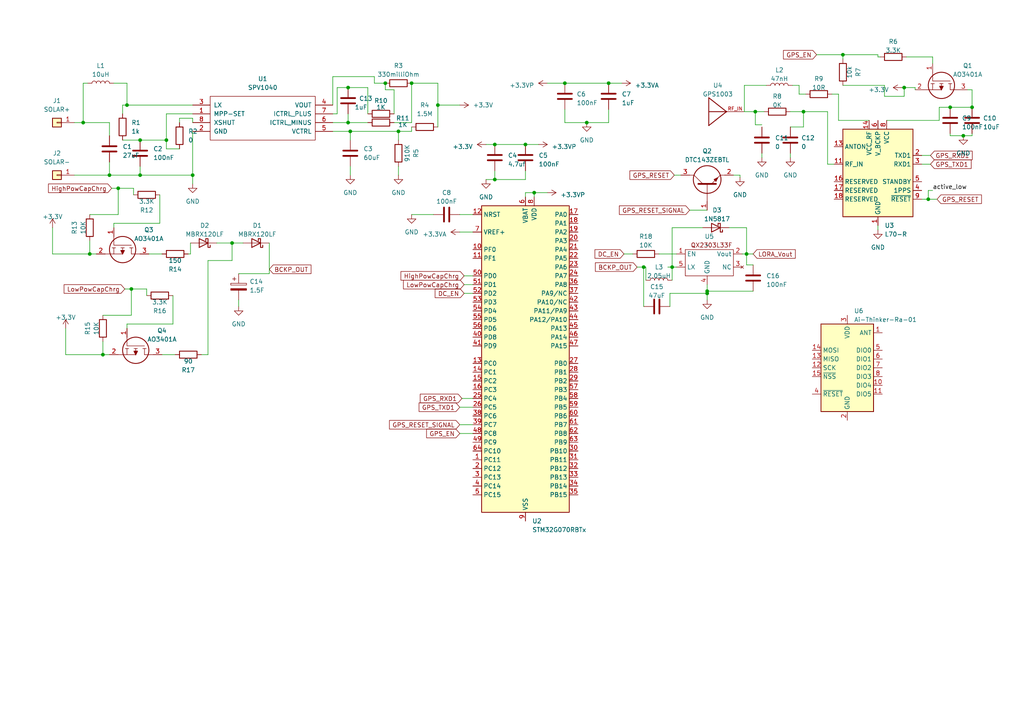
<source format=kicad_sch>
(kicad_sch (version 20230121) (generator eeschema)
  (paper "A4")
  (lib_symbols
    (symbol "AO3401A:AO3401A" (pin_names (offset 0.762))
      (property "Reference" "Q" (at 11.43 3.81 0))
      (property "Value" "AO3401A" (at 11.43 1.27 0))
      (symbol "AO3401A_0_0"
        (pin passive line (at 0 0 0) (length 2.54) (name "~") (number "1"))
        (pin passive line (at 7.62 -5.08 90) (length 2.54) (name "~") (number "2"))
        (pin passive line (at 7.62 10.16 270) (length 2.54) (name "~") (number "3"))
      )
      (symbol "AO3401A_0_1"
        (polyline (pts (xy 5.842 -0.508) (xy 5.842 0.508)) (stroke (width 0.1524)))
        (polyline (pts (xy 5.842 0) (xy 7.62 0)) (stroke (width 0.1524)))
        (polyline (pts (xy 5.842 2.032) (xy 5.842 3.048)) (stroke (width 0.1524)))
        (polyline (pts (xy 5.842 5.588) (xy 5.842 4.572)) (stroke (width 0.1524)))
        (polyline (pts (xy 7.62 2.54) (xy 5.842 2.54)) (stroke (width 0.1524)))
        (polyline (pts (xy 7.62 2.54) (xy 7.62 -2.54)) (stroke (width 0.1524)))
        (polyline (pts (xy 7.62 5.08) (xy 5.842 5.08)) (stroke (width 0.1524)))
        (polyline (pts (xy 7.62 5.08) (xy 7.62 7.62)) (stroke (width 0.1524)))
        (polyline (pts (xy 2.54 0) (xy 5.08 0) (xy 5.08 5.08)) (stroke (width 0.1524)))
        (polyline (pts (xy 7.62 2.54) (xy 6.604 3.048) (xy 6.604 2.032) (xy 7.62 2.54)) (stroke (width 0.254)) (fill (type outline)))
        (circle (center 6.35 2.54) (radius 3.81) (stroke (width 0.254)))
      )
    )
    (symbol "Connector_Generic:Conn_01x01" (pin_names (offset 1.016) hide)
      (property "Reference" "J" (at 0 2.54 0))
      (property "Value" "Conn_01x01" (at 0 -2.54 0))
      (symbol "Conn_01x01_1_1"
        (rectangle (start -1.27 0.127) (end 0 -0.127) (stroke (width 0.1524)))
        (rectangle (start -1.27 1.27) (end 1.27 -1.27) (stroke (width 0.254)) (fill (type background)))
        (pin passive line (at -5.08 0 0) (length 3.81) (name "Pin_1") (number "1"))
      )
    )
    (symbol "DTC143ZEBTL:DTC143ZEBTL" (pin_names (offset 0.762))
      (property "Reference" "Q" (at 13.97 1.27 0))
      (property "Value" "DTC143ZEBTL" (at 13.97 -1.27 0))
      (symbol "DTC143ZEBTL_0_0"
        (pin passive line (at 0 0 0) (length 2.54) (name "~") (number "1"))
        (pin passive line (at 10.16 -7.62 90) (length 2.54) (name "~") (number "2"))
        (pin passive line (at 10.16 7.62 270) (length 2.54) (name "~") (number "3"))
      )
      (symbol "DTC143ZEBTL_0_1"
        (polyline (pts (xy 2.54 0) (xy 7.62 0)) (stroke (width 0.1524)))
        (polyline (pts (xy 7.62 -1.27) (xy 10.16 -3.81)) (stroke (width 0.1524)))
        (polyline (pts (xy 7.62 1.27) (xy 10.16 3.81)) (stroke (width 0.1524)))
        (polyline (pts (xy 7.62 2.54) (xy 7.62 -2.54)) (stroke (width 0.508)))
        (polyline (pts (xy 10.16 -3.81) (xy 10.16 -5.08)) (stroke (width 0.1524)))
        (polyline (pts (xy 10.16 3.81) (xy 10.16 5.08)) (stroke (width 0.1524)))
        (polyline (pts (xy 8.382 -2.54) (xy 8.89 -2.032) (xy 9.398 -3.048) (xy 8.382 -2.54)) (stroke (width 0.254)) (fill (type outline)))
        (circle (center 8.89 0) (radius 4.0132) (stroke (width 0.254)))
      )
    )
    (symbol "Device:C" (pin_numbers hide) (pin_names (offset 0.254))
      (property "Reference" "C" (at 0.635 2.54 0))
      (property "Value" "C" (at 0.635 -2.54 0))
      (symbol "C_0_1"
        (polyline (pts (xy -2.032 -0.762) (xy 2.032 -0.762)) (stroke (width 0.508)))
        (polyline (pts (xy -2.032 0.762) (xy 2.032 0.762)) (stroke (width 0.508)))
      )
      (symbol "C_1_1"
        (pin passive line (at 0 3.81 270) (length 2.794) (name "~") (number "1"))
        (pin passive line (at 0 -3.81 90) (length 2.794) (name "~") (number "2"))
      )
    )
    (symbol "Device:C_Polarized" (pin_numbers hide) (pin_names (offset 0.254))
      (property "Reference" "C" (at 0.635 2.54 0))
      (property "Value" "C_Polarized" (at 0.635 -2.54 0))
      (symbol "C_Polarized_0_1"
        (rectangle (start -2.286 0.508) (end 2.286 1.016))
        (polyline (pts (xy -1.778 2.286) (xy -0.762 2.286)))
        (polyline (pts (xy -1.27 2.794) (xy -1.27 1.778)))
        (rectangle (start 2.286 -0.508) (end -2.286 -1.016) (fill (type outline)))
      )
      (symbol "C_Polarized_1_1"
        (pin passive line (at 0 3.81 270) (length 2.794) (name "~") (number "1"))
        (pin passive line (at 0 -3.81 90) (length 2.794) (name "~") (number "2"))
      )
    )
    (symbol "Device:D_Schottky" (pin_numbers hide) (pin_names (offset 1.016) hide)
      (property "Reference" "D" (at 0 2.54 0))
      (property "Value" "D_Schottky" (at 0 -2.54 0))
      (symbol "D_Schottky_0_1"
        (polyline (pts (xy 1.27 0) (xy -1.27 0)))
        (polyline (pts (xy 1.27 1.27) (xy 1.27 -1.27) (xy -1.27 0) (xy 1.27 1.27)) (stroke (width 0.254)))
        (polyline (pts (xy -1.905 0.635) (xy -1.905 1.27) (xy -1.27 1.27) (xy -1.27 -1.27) (xy -0.635 -1.27) (xy -0.635 -0.635)) (stroke (width 0.254)))
      )
      (symbol "D_Schottky_1_1"
        (pin passive line (at -3.81 0 0) (length 2.54) (name "K") (number "1"))
        (pin passive line (at 3.81 0 180) (length 2.54) (name "A") (number "2"))
      )
    )
    (symbol "Device:L" (pin_numbers hide) (pin_names (offset 1.016) hide)
      (property "Reference" "L" (at -1.27 0 90))
      (property "Value" "L" (at 1.905 0 90))
      (symbol "L_0_1"
        (arc (start 0 -2.54) (mid 0.6323 -1.905) (end 0 -1.27))
        (arc (start 0 -1.27) (mid 0.6323 -0.635) (end 0 0))
        (arc (start 0 0) (mid 0.6323 0.635) (end 0 1.27))
        (arc (start 0 1.27) (mid 0.6323 1.905) (end 0 2.54))
      )
      (symbol "L_1_1"
        (pin passive line (at 0 3.81 270) (length 1.27) (name "1") (number "1"))
        (pin passive line (at 0 -3.81 90) (length 1.27) (name "2") (number "2"))
      )
    )
    (symbol "Device:R" (pin_numbers hide) (pin_names (offset 0))
      (property "Reference" "R" (at 2.032 0 90))
      (property "Value" "R" (at 0 0 90))
      (symbol "R_0_1"
        (rectangle (start -1.016 -2.54) (end 1.016 2.54) (stroke (width 0.254)))
      )
      (symbol "R_1_1"
        (pin passive line (at 0 3.81 270) (length 1.27) (name "~") (number "1"))
        (pin passive line (at 0 -3.81 90) (length 1.27) (name "~") (number "2"))
      )
    )
    (symbol "Diode:1N5817" (pin_numbers hide) (pin_names (offset 1.016) hide)
      (property "Reference" "D" (at 0 2.54 0))
      (property "Value" "1N5817" (at 0 -2.54 0))
      (symbol "1N5817_0_1"
        (polyline (pts (xy 1.27 0) (xy -1.27 0)))
        (polyline (pts (xy 1.27 1.27) (xy 1.27 -1.27) (xy -1.27 0) (xy 1.27 1.27)) (stroke (width 0.254)))
        (polyline (pts (xy -1.905 0.635) (xy -1.905 1.27) (xy -1.27 1.27) (xy -1.27 -1.27) (xy -0.635 -1.27) (xy -0.635 -0.635)) (stroke (width 0.254)))
      )
      (symbol "1N5817_1_1"
        (pin passive line (at -3.81 0 0) (length 2.54) (name "K") (number "1"))
        (pin passive line (at 3.81 0 180) (length 2.54) (name "A") (number "2"))
      )
    )
    (symbol "GPS1003:GPS1003" (pin_names (offset 1.016))
      (property "Reference" "U" (at 0 6.35 0))
      (property "Value" "GPS1003" (at 0 0 0))
      (symbol "GPS1003_0_0"
        (polyline (pts (xy -4.04 5.254) (xy 4.04 5.254)) (stroke (width 0.254)))
        (polyline (pts (xy -0.024 0.08) (xy 0.024 0.08)) (stroke (width 0.254)))
        (polyline (pts (xy 0 5.08) (xy 0 0)) (stroke (width 0.254)))
        (polyline (pts (xy 0.024 0.08) (xy -4.04 5.254)) (stroke (width 0.254)))
        (polyline (pts (xy 4.04 5.254) (xy -0.024 0.08)) (stroke (width 0.254)))
        (pin bidirectional line (at 0 -4.92 90) (length 5.08) (name "~") (number "RF_IN"))
      )
    )
    (symbol "MCU_ST_STM32G0:STM32G070RBTx"
      (property "Reference" "U" (at -12.7 46.99 0))
      (property "Value" "STM32G070RBTx" (at 5.08 46.99 0))
      (symbol "STM32G070RBTx_0_1"
        (rectangle (start -12.7 -43.18) (end 12.7 45.72) (stroke (width 0.254)) (fill (type background)))
      )
      (symbol "STM32G070RBTx_1_1"
        (pin bidirectional line (at -15.24 -27.94 0) (length 2.54) (name "PC11") (number "1"))
        (pin bidirectional line (at -15.24 33.02 0) (length 2.54) (name "PF0") (number "10"))
        (pin bidirectional line (at -15.24 30.48 0) (length 2.54) (name "PF1") (number "11"))
        (pin input line (at -15.24 43.18 0) (length 2.54) (name "NRST") (number "12"))
        (pin bidirectional line (at -15.24 0 0) (length 2.54) (name "PC0") (number "13"))
        (pin bidirectional line (at -15.24 -2.54 0) (length 2.54) (name "PC1") (number "14"))
        (pin bidirectional line (at -15.24 -5.08 0) (length 2.54) (name "PC2") (number "15"))
        (pin bidirectional line (at -15.24 -7.62 0) (length 2.54) (name "PC3") (number "16"))
        (pin bidirectional line (at 15.24 43.18 180) (length 2.54) (name "PA0") (number "17"))
        (pin bidirectional line (at 15.24 40.64 180) (length 2.54) (name "PA1") (number "18"))
        (pin bidirectional line (at 15.24 38.1 180) (length 2.54) (name "PA2") (number "19"))
        (pin bidirectional line (at -15.24 -30.48 0) (length 2.54) (name "PC12") (number "2"))
        (pin bidirectional line (at 15.24 35.56 180) (length 2.54) (name "PA3") (number "20"))
        (pin bidirectional line (at 15.24 33.02 180) (length 2.54) (name "PA4") (number "21"))
        (pin bidirectional line (at 15.24 30.48 180) (length 2.54) (name "PA5") (number "22"))
        (pin bidirectional line (at 15.24 27.94 180) (length 2.54) (name "PA6") (number "23"))
        (pin bidirectional line (at 15.24 25.4 180) (length 2.54) (name "PA7") (number "24"))
        (pin bidirectional line (at -15.24 -10.16 0) (length 2.54) (name "PC4") (number "25"))
        (pin bidirectional line (at -15.24 -12.7 0) (length 2.54) (name "PC5") (number "26"))
        (pin bidirectional line (at 15.24 0 180) (length 2.54) (name "PB0") (number "27"))
        (pin bidirectional line (at 15.24 -2.54 180) (length 2.54) (name "PB1") (number "28"))
        (pin bidirectional line (at 15.24 -5.08 180) (length 2.54) (name "PB2") (number "29"))
        (pin bidirectional line (at -15.24 -33.02 0) (length 2.54) (name "PC13") (number "3"))
        (pin bidirectional line (at 15.24 -25.4 180) (length 2.54) (name "PB10") (number "30"))
        (pin bidirectional line (at 15.24 -27.94 180) (length 2.54) (name "PB11") (number "31"))
        (pin bidirectional line (at 15.24 -30.48 180) (length 2.54) (name "PB12") (number "32"))
        (pin bidirectional line (at 15.24 -33.02 180) (length 2.54) (name "PB13") (number "33"))
        (pin bidirectional line (at 15.24 -35.56 180) (length 2.54) (name "PB14") (number "34"))
        (pin bidirectional line (at 15.24 -38.1 180) (length 2.54) (name "PB15") (number "35"))
        (pin bidirectional line (at 15.24 22.86 180) (length 2.54) (name "PA8") (number "36"))
        (pin bidirectional line (at 15.24 20.32 180) (length 2.54) (name "PA9/NC") (number "37"))
        (pin bidirectional line (at -15.24 -15.24 0) (length 2.54) (name "PC6") (number "38"))
        (pin bidirectional line (at -15.24 -17.78 0) (length 2.54) (name "PC7") (number "39"))
        (pin bidirectional line (at -15.24 -35.56 0) (length 2.54) (name "PC14") (number "4"))
        (pin bidirectional line (at -15.24 7.62 0) (length 2.54) (name "PD8") (number "40"))
        (pin bidirectional line (at -15.24 5.08 0) (length 2.54) (name "PD9") (number "41"))
        (pin bidirectional line (at 15.24 17.78 180) (length 2.54) (name "PA10/NC") (number "42"))
        (pin bidirectional line (at 15.24 15.24 180) (length 2.54) (name "PA11/PA9") (number "43"))
        (pin bidirectional line (at 15.24 12.7 180) (length 2.54) (name "PA12/PA10") (number "44"))
        (pin bidirectional line (at 15.24 10.16 180) (length 2.54) (name "PA13") (number "45"))
        (pin bidirectional line (at 15.24 7.62 180) (length 2.54) (name "PA14") (number "46"))
        (pin bidirectional line (at 15.24 5.08 180) (length 2.54) (name "PA15") (number "47"))
        (pin bidirectional line (at -15.24 -20.32 0) (length 2.54) (name "PC8") (number "48"))
        (pin bidirectional line (at -15.24 -22.86 0) (length 2.54) (name "PC9") (number "49"))
        (pin bidirectional line (at -15.24 -38.1 0) (length 2.54) (name "PC15") (number "5"))
        (pin bidirectional line (at -15.24 25.4 0) (length 2.54) (name "PD0") (number "50"))
        (pin bidirectional line (at -15.24 22.86 0) (length 2.54) (name "PD1") (number "51"))
        (pin bidirectional line (at -15.24 20.32 0) (length 2.54) (name "PD2") (number "52"))
        (pin bidirectional line (at -15.24 17.78 0) (length 2.54) (name "PD3") (number "53"))
        (pin bidirectional line (at -15.24 15.24 0) (length 2.54) (name "PD4") (number "54"))
        (pin bidirectional line (at -15.24 12.7 0) (length 2.54) (name "PD5") (number "55"))
        (pin bidirectional line (at -15.24 10.16 0) (length 2.54) (name "PD6") (number "56"))
        (pin bidirectional line (at 15.24 -7.62 180) (length 2.54) (name "PB3") (number "57"))
        (pin bidirectional line (at 15.24 -10.16 180) (length 2.54) (name "PB4") (number "58"))
        (pin bidirectional line (at 15.24 -12.7 180) (length 2.54) (name "PB5") (number "59"))
        (pin power_in line (at 0 48.26 270) (length 2.54) (name "VBAT") (number "6"))
        (pin bidirectional line (at 15.24 -15.24 180) (length 2.54) (name "PB6") (number "60"))
        (pin bidirectional line (at 15.24 -17.78 180) (length 2.54) (name "PB7") (number "61"))
        (pin bidirectional line (at 15.24 -20.32 180) (length 2.54) (name "PB8") (number "62"))
        (pin bidirectional line (at 15.24 -22.86 180) (length 2.54) (name "PB9") (number "63"))
        (pin bidirectional line (at -15.24 -25.4 0) (length 2.54) (name "PC10") (number "64"))
        (pin input line (at -15.24 38.1 0) (length 2.54) (name "VREF+") (number "7"))
        (pin power_in line (at 2.54 48.26 270) (length 2.54) (name "VDD") (number "8"))
        (pin power_in line (at 0 -45.72 90) (length 2.54) (name "VSS") (number "9"))
      )
    )
    (symbol "QX2303L33F:QX2303L33F"
      (property "Reference" "U" (at 0 2.54 0))
      (symbol "QX2303L33F_0_1"
        (rectangle (start -6.35 -1.27) (end 7.62 -8.89))
      )
      (symbol "QX2303L33F_1_1"
        (text "QX2303L33F\n" (at 1.27 0 0) (effects (font (size 1.27 1.27))))
        (pin input line (at -8.89 -2.54 0) (length 2.54) (name "EN") (number "1"))
        (pin output line (at 10.16 -2.54 180) (length 2.54) (name "Vout") (number "2"))
        (pin no_connect line (at 10.16 -6.35 180) (length 2.54) (name "NC") (number "3"))
        (pin unspecified line (at 0 -11.43 90) (length 2.54) (name "GND") (number "4"))
        (pin input line (at -8.89 -6.35 0) (length 2.54) (name "LX") (number "5"))
      )
    )
    (symbol "RF_GPS:L70-R"
      (property "Reference" "U" (at -10.16 13.97 0))
      (property "Value" "L70-R" (at 10.16 13.97 0))
      (symbol "L70-R_0_1"
        (rectangle (start -10.16 12.7) (end 10.16 -12.7) (stroke (width 0.254)) (fill (type background)))
      )
      (symbol "L70-R_1_1"
        (pin power_in line (at 0 -15.24 90) (length 2.54) (name "GND") (number "1"))
        (pin passive line (at 0 -15.24 90) (length 2.54) hide (name "GND") (number "10"))
        (pin input line (at -12.7 2.54 0) (length 2.54) (name "RF_IN") (number "11"))
        (pin passive line (at 0 -15.24 90) (length 2.54) hide (name "GND") (number "12"))
        (pin output line (at -12.7 7.62 0) (length 2.54) (name "ANTON") (number "13"))
        (pin power_out line (at -2.54 15.24 270) (length 2.54) (name "VCC_RF") (number "14"))
        (pin no_connect line (at -10.16 0 0) (length 2.54) hide (name "NC") (number "15"))
        (pin passive line (at -12.7 -2.54 0) (length 2.54) (name "RESERVED") (number "16"))
        (pin passive line (at -12.7 -5.08 0) (length 2.54) (name "RESERVED") (number "17"))
        (pin passive line (at -12.7 -7.62 0) (length 2.54) (name "RESERVED") (number "18"))
        (pin output line (at 12.7 5.08 180) (length 2.54) (name "TXD1") (number "2"))
        (pin input line (at 12.7 2.54 180) (length 2.54) (name "RXD1") (number "3"))
        (pin output line (at 12.7 -5.08 180) (length 2.54) (name "1PPS") (number "4"))
        (pin input line (at 12.7 -2.54 180) (length 2.54) (name "STANDBY") (number "5"))
        (pin power_in line (at 0 15.24 270) (length 2.54) (name "V_BCKP") (number "6"))
        (pin no_connect line (at 10.16 0 180) (length 2.54) hide (name "NC") (number "7"))
        (pin power_in line (at 2.54 15.24 270) (length 2.54) (name "VCC") (number "8"))
        (pin input line (at 12.7 -7.62 180) (length 2.54) (name "~{RESET}") (number "9"))
      )
    )
    (symbol "RF_Module:Ai-Thinker-Ra-01"
      (property "Reference" "U" (at 2.54 17.78 0))
      (property "Value" "Ai-Thinker-Ra-01" (at 13.97 -15.24 0))
      (symbol "Ai-Thinker-Ra-01_0_1"
        (rectangle (start -7.62 12.7) (end 7.62 -12.7) (stroke (width 0.254)) (fill (type background)))
      )
      (symbol "Ai-Thinker-Ra-01_1_1"
        (pin passive line (at 10.16 10.16 180) (length 2.54) (name "ANT") (number "1"))
        (pin bidirectional line (at 10.16 -5.08 180) (length 2.54) (name "DIO4") (number "10"))
        (pin bidirectional line (at 10.16 -7.62 180) (length 2.54) (name "DIO5") (number "11"))
        (pin input line (at -10.16 0 0) (length 2.54) (name "SCK") (number "12"))
        (pin output line (at -10.16 2.54 0) (length 2.54) (name "MISO") (number "13"))
        (pin input line (at -10.16 5.08 0) (length 2.54) (name "MOSI") (number "14"))
        (pin input line (at -10.16 -2.54 0) (length 2.54) (name "~{NSS}") (number "15"))
        (pin passive line (at 0 -15.24 90) (length 2.54) hide (name "GND") (number "16"))
        (pin power_in line (at 0 -15.24 90) (length 2.54) (name "GND") (number "2"))
        (pin power_in line (at 0 15.24 270) (length 2.54) (name "VDD") (number "3"))
        (pin input line (at -10.16 -7.62 0) (length 2.54) (name "~{RESET}") (number "4"))
        (pin bidirectional line (at 10.16 5.08 180) (length 2.54) (name "DIO0") (number "5"))
        (pin bidirectional line (at 10.16 2.54 180) (length 2.54) (name "DIO1") (number "6"))
        (pin bidirectional line (at 10.16 0 180) (length 2.54) (name "DIO2") (number "7"))
        (pin bidirectional line (at 10.16 -2.54 180) (length 2.54) (name "DIO3") (number "8"))
        (pin passive line (at 0 -15.24 90) (length 2.54) hide (name "GND") (number "9"))
      )
    )
    (symbol "custom_power:+3.3VA" (power) (pin_names (offset 0))
      (property "Value" "+3.3VA" (at 0 3.556 0))
      (symbol "+3.3VA_0_1"
        (polyline (pts (xy -0.762 1.27) (xy 0 2.54)))
        (polyline (pts (xy 0 0) (xy 0 2.54)))
        (polyline (pts (xy 0 2.54) (xy 0.762 1.27)))
      )
      (symbol "+3.3VA_1_1"
        (pin power_in line (at 0 0 90) (length 0) hide (name "+3.3VA") (number "1"))
      )
    )
    (symbol "custom_power:+3.3VP" (power) (pin_names (offset 0))
      (property "Value" "+3.3VP" (at 0 2.54 0))
      (symbol "+3.3VP_0_0"
        (pin power_in line (at 0 0 90) (length 0) hide (name "+3.3VP") (number "1"))
      )
      (symbol "+3.3VP_0_1"
        (polyline (pts (xy -0.762 1.27) (xy 0 2.54)))
        (polyline (pts (xy 0 0) (xy 0 2.54)))
        (polyline (pts (xy 0 2.54) (xy 0.762 1.27)))
      )
    )
    (symbol "custom_power:+3.3VnoFilter" (power) (pin_names (offset 0))
      (property "Value" "+3.3VnoFilter" (at 0 3.556 0))
      (symbol "+3.3VnoFilter_0_1"
        (polyline (pts (xy -0.762 1.27) (xy 0 2.54)))
        (polyline (pts (xy 0 0) (xy 0 2.54)))
        (polyline (pts (xy 0 2.54) (xy 0.762 1.27)))
      )
      (symbol "+3.3VnoFilter_1_1"
        (pin power_in line (at 0 0 90) (length 0) hide (name "+3.3V") (number "1"))
      )
    )
    (symbol "custom_power:GND" (power) (pin_names (offset 0))
      (property "Value" "GND" (at 0 -3.81 0))
      (symbol "GND_0_1"
        (polyline (pts (xy 0 0) (xy 0 -1.27) (xy 1.27 -1.27) (xy 0 -2.54) (xy -1.27 -1.27) (xy 0 -1.27)))
      )
      (symbol "GND_1_1"
        (pin power_in line (at 0 0 270) (length 0) hide (name "GND") (number "1"))
      )
    )
    (symbol "power:GND" (power) (pin_names (offset 0))
      (property "Value" "GND" (at 0 -3.81 0))
      (symbol "GND_0_1"
        (polyline (pts (xy 0 0) (xy 0 -1.27) (xy 1.27 -1.27) (xy 0 -2.54) (xy -1.27 -1.27) (xy 0 -1.27)))
      )
      (symbol "GND_1_1"
        (pin power_in line (at 0 0 270) (length 0) hide (name "GND") (number "1"))
      )
    )
    (symbol "raw.githubusercontent.com_ruuvi_kicad-library_master_schema-components_spv1040:SPV1040" (pin_names (offset 1.016))
      (property "Reference" "U" (at 0 -7.62 0))
      (property "Value" "SPV1040" (at 0 7.62 0))
      (symbol "SPV1040_0_1"
        (rectangle (start -15.24 6.35) (end 15.24 -6.35))
      )
      (symbol "SPV1040_1_1"
        (pin input line (at -20.32 1.27 0) (length 5.08) (name "MPP-SET") (number "1"))
        (pin power_in line (at -20.32 -3.81 0) (length 5.08) (name "GND") (number "2"))
        (pin input line (at -20.32 3.81 0) (length 5.08) (name "LX") (number "3"))
        (pin power_out line (at 20.32 3.81 180) (length 5.08) (name "VOUT") (number "4"))
        (pin input line (at 20.32 -3.81 180) (length 5.08) (name "VCTRL") (number "5"))
        (pin input line (at 20.32 -1.27 180) (length 5.08) (name "ICTRL_MINUS") (number "6"))
        (pin input line (at 20.32 1.27 180) (length 5.08) (name "ICTRL_PLUS") (number "7"))
        (pin input line (at -20.32 -1.27 0) (length 5.08) (name "XSHUT") (number "8"))
      )
    )
  )
  (junction (at 205.105 84.455))
  (junction (at 194.945 77.47))
  (junction (at 176.53 24.13))
  (junction (at 163.83 24.13))
  (junction (at 127 30.48))
  (junction (at 36.83 30.48))
  (junction (at 143.51 52.07))
  (junction (at 67.31 70.485))
  (junction (at 205.105 85.09))
  (junction (at 55.88 50.8))
  (junction (at 101.6 38.1))
  (junction (at 262.255 25.4))
  (junction (at 216.535 73.66))
  (junction (at 29.845 102.87))
  (junction (at 100.965 25.4))
  (junction (at 38.1 83.82))
  (junction (at 143.51 41.91))
  (junction (at 31.75 50.8))
  (junction (at 24.13 35.56))
  (junction (at 152.4 41.91))
  (junction (at 281.94 31.115))
  (junction (at 111.76 24.13))
  (junction (at 100.965 35.56))
  (junction (at 219.075 32.385))
  (junction (at 48.26 40.64))
  (junction (at 269.24 57.785))
  (junction (at 186.69 77.47))
  (junction (at 119.38 24.13))
  (junction (at 170.18 35.56))
  (junction (at 275.59 31.115))
  (junction (at 115.57 38.1))
  (junction (at 40.64 50.8))
  (junction (at 279.4 39.37))
  (junction (at 26.035 73.66))
  (junction (at 233.045 32.385))
  (junction (at 154.94 55.88))
  (junction (at 244.475 15.875))
  (junction (at 34.29 54.61))
  (junction (at 40.64 40.64))
  (wire (pts (xy 114.3 33.02) (xy 114.3 26.035)))
  (wire (pts (xy 50.165 85.725) (xy 50.165 93.98)))
  (wire (pts (xy 133.35 67.31) (xy 137.16 67.31)))
  (wire (pts (xy 133.35 125.73) (xy 137.16 125.73)))
  (wire (pts (xy 119.38 38.1) (xy 119.38 36.83)))
  (wire (pts (xy 133.985 115.57) (xy 137.16 115.57)))
  (wire (pts (xy 36.83 30.48) (xy 55.88 30.48)))
  (wire (pts (xy 111.76 26.035) (xy 111.76 24.13)))
  (wire (pts (xy 96.52 38.1) (xy 101.6 38.1)))
  (wire (pts (xy 34.29 54.61) (xy 32.385 54.61)))
  (wire (pts (xy 211.455 66.04) (xy 216.535 66.04)))
  (wire (pts (xy 243.205 34.925) (xy 252.095 34.925)))
  (wire (pts (xy 35.56 30.48) (xy 35.56 33.02)))
  (wire (pts (xy 46.355 64.77) (xy 33.02 64.77)))
  (wire (pts (xy 216.535 73.66) (xy 218.44 73.66)))
  (wire (pts (xy 194.31 85.09) (xy 205.105 85.09)))
  (wire (pts (xy 215.9 24.765) (xy 215.9 32.385)))
  (wire (pts (xy 96.52 33.02) (xy 97.79 33.02)))
  (wire (pts (xy 24.13 35.56) (xy 31.75 35.56)))
  (wire (pts (xy 240.03 47.625) (xy 241.935 47.625)))
  (wire (pts (xy 280.67 26.035) (xy 281.94 26.035)))
  (wire (pts (xy 184.785 77.47) (xy 186.69 77.47)))
  (wire (pts (xy 101.6 48.26) (xy 101.6 50.8)))
  (wire (pts (xy 205.105 82.55) (xy 205.105 84.455)))
  (wire (pts (xy 152.4 52.07) (xy 143.51 52.07)))
  (wire (pts (xy 48.26 40.64) (xy 48.26 33.02)))
  (wire (pts (xy 203.835 66.04) (xy 194.945 66.04)))
  (wire (pts (xy 31.75 46.99) (xy 31.75 50.8)))
  (wire (pts (xy 58.42 102.87) (xy 60.325 102.87)))
  (wire (pts (xy 33.02 24.13) (xy 36.83 24.13)))
  (wire (pts (xy 163.83 35.56) (xy 170.18 35.56)))
  (wire (pts (xy 19.05 102.87) (xy 29.845 102.87)))
  (wire (pts (xy 21.59 50.8) (xy 31.75 50.8)))
  (wire (pts (xy 186.69 77.47) (xy 186.69 88.9)))
  (wire (pts (xy 163.83 31.75) (xy 163.83 35.56)))
  (wire (pts (xy 100.965 35.56) (xy 106.68 35.56)))
  (wire (pts (xy 176.53 31.75) (xy 176.53 35.56)))
  (wire (pts (xy 163.83 24.13) (xy 176.53 24.13)))
  (wire (pts (xy 34.29 62.23) (xy 34.29 54.61)))
  (wire (pts (xy 244.475 15.875) (xy 254.635 15.875)))
  (wire (pts (xy 46.355 56.515) (xy 46.355 64.77)))
  (wire (pts (xy 55.88 50.8) (xy 55.88 38.1)))
  (wire (pts (xy 256.54 27.94) (xy 262.255 27.94)))
  (wire (pts (xy 29.845 102.87) (xy 31.75 102.87)))
  (wire (pts (xy 134.62 80.01) (xy 137.16 80.01)))
  (wire (pts (xy 97.79 33.02) (xy 97.79 25.4)))
  (wire (pts (xy 233.045 32.385) (xy 240.03 32.385)))
  (wire (pts (xy 29.845 91.44) (xy 38.1 91.44)))
  (wire (pts (xy 236.855 15.875) (xy 244.475 15.875)))
  (wire (pts (xy 265.43 25.4) (xy 265.43 26.035)))
  (wire (pts (xy 219.075 36.195) (xy 219.075 32.385)))
  (wire (pts (xy 115.57 38.1) (xy 119.38 38.1)))
  (wire (pts (xy 194.945 77.47) (xy 194.945 81.28)))
  (wire (pts (xy 152.4 49.53) (xy 152.4 52.07)))
  (wire (pts (xy 275.59 31.115) (xy 272.415 31.115)))
  (wire (pts (xy 69.215 86.995) (xy 69.215 88.9)))
  (wire (pts (xy 55.88 34.29) (xy 55.88 35.56)))
  (wire (pts (xy 229.235 44.45) (xy 229.235 45.72)))
  (wire (pts (xy 52.07 34.29) (xy 55.88 34.29)))
  (wire (pts (xy 50.165 93.98) (xy 36.83 93.98)))
  (wire (pts (xy 244.475 15.875) (xy 244.475 17.145)))
  (wire (pts (xy 119.38 35.56) (xy 119.38 24.13)))
  (wire (pts (xy 31.75 50.8) (xy 40.64 50.8)))
  (wire (pts (xy 267.335 57.785) (xy 269.24 57.785)))
  (wire (pts (xy 256.54 24.765) (xy 256.54 27.94)))
  (wire (pts (xy 270.51 16.51) (xy 270.51 18.415)))
  (wire (pts (xy 186.69 77.47) (xy 187.325 77.47)))
  (wire (pts (xy 35.56 30.48) (xy 36.83 30.48)))
  (wire (pts (xy 31.75 39.37) (xy 31.75 35.56)))
  (wire (pts (xy 119.38 62.23) (xy 125.73 62.23)))
  (wire (pts (xy 240.03 32.385) (xy 240.03 47.625)))
  (wire (pts (xy 231.775 27.305) (xy 231.775 24.765)))
  (wire (pts (xy 244.475 24.765) (xy 256.54 24.765)))
  (wire (pts (xy 67.31 75.565) (xy 67.31 70.485)))
  (wire (pts (xy 281.94 26.035) (xy 281.94 31.115)))
  (wire (pts (xy 38.735 56.515) (xy 38.735 54.61)))
  (wire (pts (xy 19.05 95.25) (xy 19.05 102.87)))
  (wire (pts (xy 26.035 69.85) (xy 26.035 73.66)))
  (wire (pts (xy 218.44 76.835) (xy 216.535 76.835)))
  (wire (pts (xy 216.535 76.835) (xy 216.535 73.66)))
  (wire (pts (xy 38.1 83.82) (xy 36.195 83.82)))
  (wire (pts (xy 269.24 55.245) (xy 269.24 57.785)))
  (wire (pts (xy 40.64 48.26) (xy 40.64 50.8)))
  (wire (pts (xy 140.97 41.91) (xy 143.51 41.91)))
  (wire (pts (xy 108.585 24.13) (xy 111.76 24.13)))
  (wire (pts (xy 134.62 82.55) (xy 137.16 82.55)))
  (wire (pts (xy 254.635 66.675) (xy 254.635 65.405)))
  (wire (pts (xy 33.02 64.77) (xy 33.02 66.04)))
  (wire (pts (xy 55.245 70.485) (xy 55.245 73.66)))
  (wire (pts (xy 229.235 36.83) (xy 233.045 36.83)))
  (wire (pts (xy 96.52 22.225) (xy 108.585 22.225)))
  (wire (pts (xy 269.24 57.785) (xy 271.78 57.785)))
  (wire (pts (xy 15.24 73.66) (xy 26.035 73.66)))
  (wire (pts (xy 272.415 34.925) (xy 272.415 31.115)))
  (wire (pts (xy 26.035 73.66) (xy 27.94 73.66)))
  (wire (pts (xy 220.98 36.195) (xy 219.075 36.195)))
  (wire (pts (xy 158.75 55.88) (xy 154.94 55.88)))
  (wire (pts (xy 176.53 24.13) (xy 180.34 24.13)))
  (wire (pts (xy 101.6 40.64) (xy 101.6 38.1)))
  (wire (pts (xy 38.735 54.61) (xy 34.29 54.61)))
  (wire (pts (xy 36.83 24.13) (xy 36.83 30.48)))
  (wire (pts (xy 96.52 35.56) (xy 100.965 35.56)))
  (wire (pts (xy 281.94 39.37) (xy 279.4 39.37)))
  (wire (pts (xy 143.51 41.91) (xy 152.4 41.91)))
  (wire (pts (xy 67.31 70.485) (xy 70.485 70.485)))
  (wire (pts (xy 15.24 66.04) (xy 15.24 73.66)))
  (wire (pts (xy 52.07 35.56) (xy 52.07 34.29)))
  (wire (pts (xy 194.945 66.04) (xy 194.945 77.47)))
  (wire (pts (xy 127 24.13) (xy 119.38 24.13)))
  (wire (pts (xy 133.35 118.11) (xy 137.16 118.11)))
  (wire (pts (xy 97.79 25.4) (xy 100.965 25.4)))
  (wire (pts (xy 214.63 50.8) (xy 212.725 50.8)))
  (wire (pts (xy 194.31 88.9) (xy 194.31 85.09)))
  (wire (pts (xy 24.13 24.13) (xy 25.4 24.13)))
  (wire (pts (xy 243.205 27.305) (xy 243.205 34.925)))
  (wire (pts (xy 180.975 73.66) (xy 183.515 73.66)))
  (wire (pts (xy 262.255 27.94) (xy 262.255 25.4)))
  (wire (pts (xy 233.68 27.305) (xy 231.775 27.305)))
  (wire (pts (xy 219.075 32.385) (xy 221.615 32.385)))
  (wire (pts (xy 275.59 31.115) (xy 281.94 31.115)))
  (wire (pts (xy 78.105 79.375) (xy 69.215 79.375)))
  (wire (pts (xy 60.325 75.565) (xy 67.31 75.565)))
  (wire (pts (xy 43.18 73.66) (xy 46.99 73.66)))
  (wire (pts (xy 96.52 30.48) (xy 96.52 22.225)))
  (wire (pts (xy 108.585 22.225) (xy 108.585 24.13)))
  (wire (pts (xy 55.88 50.8) (xy 55.88 53.34)))
  (wire (pts (xy 78.105 70.485) (xy 78.105 79.375)))
  (wire (pts (xy 143.51 52.07) (xy 143.51 49.53)))
  (wire (pts (xy 127 36.83) (xy 127 30.48)))
  (wire (pts (xy 254.635 15.875) (xy 254.635 16.51)))
  (wire (pts (xy 26.035 62.23) (xy 34.29 62.23)))
  (wire (pts (xy 231.775 24.765) (xy 229.87 24.765)))
  (wire (pts (xy 193.675 77.47) (xy 194.945 77.47)))
  (wire (pts (xy 40.64 50.8) (xy 55.88 50.8)))
  (wire (pts (xy 281.94 38.735) (xy 281.94 39.37)))
  (wire (pts (xy 40.64 40.64) (xy 48.26 40.64)))
  (wire (pts (xy 214.63 51.435) (xy 214.63 50.8)))
  (wire (pts (xy 21.59 35.56) (xy 24.13 35.56)))
  (wire (pts (xy 269.875 47.625) (xy 267.335 47.625)))
  (wire (pts (xy 52.07 43.18) (xy 48.26 43.18)))
  (wire (pts (xy 262.89 16.51) (xy 270.51 16.51)))
  (wire (pts (xy 100.965 25.4) (xy 106.68 25.4)))
  (wire (pts (xy 195.58 50.8) (xy 197.485 50.8)))
  (wire (pts (xy 275.59 38.735) (xy 275.59 39.37)))
  (wire (pts (xy 101.6 38.1) (xy 115.57 38.1)))
  (wire (pts (xy 233.045 36.83) (xy 233.045 32.385)))
  (wire (pts (xy 275.59 39.37) (xy 279.4 39.37)))
  (wire (pts (xy 241.3 27.305) (xy 243.205 27.305)))
  (wire (pts (xy 42.545 85.725) (xy 42.545 83.82)))
  (wire (pts (xy 205.105 84.455) (xy 205.105 85.09)))
  (wire (pts (xy 262.255 25.4) (xy 265.43 25.4)))
  (wire (pts (xy 254.635 16.51) (xy 255.27 16.51)))
  (wire (pts (xy 55.245 73.66) (xy 54.61 73.66)))
  (wire (pts (xy 152.4 41.91) (xy 156.21 41.91)))
  (wire (pts (xy 35.56 40.64) (xy 40.64 40.64)))
  (wire (pts (xy 205.105 85.09) (xy 205.105 86.995)))
  (wire (pts (xy 48.26 43.18) (xy 48.26 40.64)))
  (wire (pts (xy 200.025 60.96) (xy 205.105 60.96)))
  (wire (pts (xy 216.535 66.04) (xy 216.535 73.66)))
  (wire (pts (xy 46.99 102.87) (xy 50.8 102.87)))
  (wire (pts (xy 140.97 52.07) (xy 143.51 52.07)))
  (wire (pts (xy 100.965 35.56) (xy 100.965 33.02)))
  (wire (pts (xy 48.26 33.02) (xy 55.88 33.02)))
  (wire (pts (xy 257.175 34.925) (xy 272.415 34.925)))
  (wire (pts (xy 29.845 99.06) (xy 29.845 102.87)))
  (wire (pts (xy 38.1 91.44) (xy 38.1 83.82)))
  (wire (pts (xy 60.325 102.87) (xy 60.325 75.565)))
  (wire (pts (xy 24.13 24.13) (xy 24.13 35.56)))
  (wire (pts (xy 194.945 77.47) (xy 196.215 77.47)))
  (wire (pts (xy 127 30.48) (xy 133.35 30.48)))
  (wire (pts (xy 205.105 84.455) (xy 218.44 84.455)))
  (wire (pts (xy 191.135 73.66) (xy 196.215 73.66)))
  (wire (pts (xy 42.545 83.82) (xy 38.1 83.82)))
  (wire (pts (xy 114.3 26.035) (xy 111.76 26.035)))
  (wire (pts (xy 154.94 55.88) (xy 154.94 57.15)))
  (wire (pts (xy 115.57 38.1) (xy 115.57 40.64)))
  (wire (pts (xy 106.68 25.4) (xy 106.68 33.02)))
  (wire (pts (xy 229.235 32.385) (xy 233.045 32.385)))
  (wire (pts (xy 133.35 62.23) (xy 137.16 62.23)))
  (wire (pts (xy 36.83 93.98) (xy 36.83 95.25)))
  (wire (pts (xy 127 24.13) (xy 127 30.48)))
  (wire (pts (xy 222.25 24.765) (xy 215.9 24.765)))
  (wire (pts (xy 215.9 32.385) (xy 219.075 32.385)))
  (wire (pts (xy 133.35 123.19) (xy 137.16 123.19)))
  (wire (pts (xy 134.62 85.09) (xy 137.16 85.09)))
  (wire (pts (xy 115.57 48.26) (xy 115.57 50.8)))
  (wire (pts (xy 62.865 70.485) (xy 67.31 70.485)))
  (wire (pts (xy 261.62 25.4) (xy 262.255 25.4)))
  (wire (pts (xy 176.53 35.56) (xy 170.18 35.56)))
  (wire (pts (xy 215.265 73.66) (xy 216.535 73.66)))
  (wire (pts (xy 114.3 35.56) (xy 119.38 35.56)))
  (wire (pts (xy 187.325 77.47) (xy 187.325 81.28)))
  (wire (pts (xy 270.51 55.245) (xy 269.24 55.245)))
  (wire (pts (xy 154.94 55.88) (xy 152.4 55.88)))
  (wire (pts (xy 220.98 44.45) (xy 220.98 45.72)))
  (wire (pts (xy 269.875 45.085) (xy 267.335 45.085)))
  (wire (pts (xy 158.75 24.13) (xy 163.83 24.13)))
  (wire (pts (xy 152.4 55.88) (xy 152.4 57.15)))
  (label "active_low" (at 270.51 55.245 0))
  (global_label "GPS_TXD1" (shape input) (at 133.35 118.11 180) (property "Intersheetrefs" "${INTERSHEET_REFS}" (effects hide)))
  (global_label "GPS_RESET_SIGNAL" (shape input) (at 133.35 123.19 180) (property "Intersheetrefs" "${INTERSHEET_REFS}" (effects hide)))
  (global_label "GPS_RESET_SIGNAL" (shape input) (at 200.025 60.96 180) (property "Intersheetrefs" "${INTERSHEET_REFS}" (effects hide)))
  (global_label "DC_EN" (shape input) (at 134.62 85.09 180) (property "Intersheetrefs" "${INTERSHEET_REFS}" (effects hide)))
  (global_label "HighPowCapChrg" (shape input) (at 134.62 80.01 180) (property "Intersheetrefs" "${INTERSHEET_REFS}" (effects hide)))
  (global_label "GPS_TXD1" (shape input) (at 269.875 47.625 0) (property "Intersheetrefs" "${INTERSHEET_REFS}" (effects hide)))
  (global_label "GPS_RXD1" (shape input) (at 269.875 45.085 0) (property "Intersheetrefs" "${INTERSHEET_REFS}" (effects hide)))
  (global_label "BCKP_OUT" (shape input) (at 78.105 78.105 0) (property "Intersheetrefs" "${INTERSHEET_REFS}" (effects hide)))
  (global_label "HighPowCapChrg" (shape input) (at 32.385 54.61 180) (property "Intersheetrefs" "${INTERSHEET_REFS}" (effects hide)))
  (global_label "LowPowCapChrg" (shape input) (at 134.62 82.55 180) (property "Intersheetrefs" "${INTERSHEET_REFS}" (effects hide)))
  (global_label "LORA_Vout" (shape input) (at 218.44 73.66 0) (property "Intersheetrefs" "${INTERSHEET_REFS}" (effects hide)))
  (global_label "GPS_RXD1" (shape input) (at 133.985 115.57 180) (property "Intersheetrefs" "${INTERSHEET_REFS}" (effects hide)))
  (global_label "GPS_EN" (shape input) (at 236.855 15.875 180) (property "Intersheetrefs" "${INTERSHEET_REFS}" (effects hide)))
  (global_label "DC_EN" (shape input) (at 180.975 73.66 180) (property "Intersheetrefs" "${INTERSHEET_REFS}" (effects hide)))
  (global_label "GPS_RESET" (shape input) (at 271.78 57.785 0) (property "Intersheetrefs" "${INTERSHEET_REFS}" (effects hide)))
  (global_label "LowPowCapChrg" (shape input) (at 36.195 83.82 180) (property "Intersheetrefs" "${INTERSHEET_REFS}" (effects hide)))
  (global_label "GPS_RESET" (shape input) (at 195.58 50.8 180) (property "Intersheetrefs" "${INTERSHEET_REFS}" (effects hide)))
  (global_label "GPS_EN" (shape input) (at 133.35 125.73 180) (property "Intersheetrefs" "${INTERSHEET_REFS}" (effects hide)))
  (global_label "BCKP_OUT" (shape input) (at 184.785 77.47 180) (property "Intersheetrefs" "${INTERSHEET_REFS}" (effects hide)))
  (symbol (lib_id "custom_power:+3.3VA") (at 133.35 67.31 90) (unit 1)
    (property "Reference" "#PWR012" (effects hide))
    (property "Value" "+3.3VA" (at 129.54 67.945 90) (effects (justify left)))
  )
  (symbol (lib_id "AO3401A:AO3401A") (at 270.51 18.415 270) (unit 1)
    (property "Reference" "Q1" (at 280.67 19.05 90))
    (property "Value" "AO3401A" (at 280.67 21.59 90))
    (property "Footprint" "SOT95P280X125-3N" (effects hide))
    (property "Datasheet" "http://www.aosmd.com/pdfs/datasheet/AO3401A.pdf" (effects hide))
    (property "Description" "30V P-Channel MOSFET" (effects hide))
    (property "Height" "1.25" (effects hide))
    (property "Manufacturer_Name" "Alpha & Omega Semiconductors" (effects hide))
    (property "Manufacturer_Part_Number" "AO3401A" (effects hide))
    (property "Arrow Part Number" "AO3401A" (effects hide))
    (property "Arrow Price/Stock" "https://www.arrow.com/en/products/ao3401a/alpha-and-omega-semiconductor?region=nac" (effects hide))
  )
  (symbol (lib_id "Device:C") (at 152.4 45.72 0) (unit 1)
    (property "Reference" "C5" (at 156.21 45.085 0) (effects (justify left)))
    (property "Value" "100nF" (at 156.21 47.625 0) (effects (justify left)))
  )
  (symbol (lib_id "Device:C") (at 31.75 43.18 0) (unit 1)
    (property "Reference" "C1" (at 35.56 42.545 0) (effects (justify left)))
    (property "Value" "27uF" (at 35.56 45.085 0) (effects (justify left)))
    (property "Footprint" "Capacitor_SMD:C_0201_0603Metric" (effects hide))
  )
  (symbol (lib_id "AO3401A:AO3401A") (at 33.02 66.04 270) (unit 1)
    (property "Reference" "Q3" (at 43.18 66.675 90))
    (property "Value" "AO3401A" (at 43.18 69.215 90))
    (property "Footprint" "SOT95P280X125-3N" (effects hide))
    (property "Datasheet" "http://www.aosmd.com/pdfs/datasheet/AO3401A.pdf" (effects hide))
    (property "Description" "30V P-Channel MOSFET" (effects hide))
    (property "Height" "1.25" (effects hide))
    (property "Manufacturer_Name" "Alpha & Omega Semiconductors" (effects hide))
    (property "Manufacturer_Part_Number" "AO3401A" (effects hide))
    (property "Arrow Part Number" "AO3401A" (effects hide))
    (property "Arrow Price/Stock" "https://www.arrow.com/en/products/ao3401a/alpha-and-omega-semiconductor?region=nac" (effects hide))
  )
  (symbol (lib_id "Device:R") (at 26.035 66.04 180) (unit 1)
    (property "Reference" "R13" (at 21.59 66.04 90))
    (property "Value" "10K" (at 24.13 66.04 90))
  )
  (symbol (lib_id "Device:R") (at 187.325 73.66 90) (unit 1)
    (property "Reference" "R18" (at 187.325 68.58 90))
    (property "Value" "10K" (at 187.325 71.12 90))
  )
  (symbol (lib_id "MCU_ST_STM32G0:STM32G070RBTx") (at 152.4 105.41 0) (unit 1)
    (property "Reference" "U2" (at 154.3559 151.13 0) (effects (justify left)))
    (property "Value" "STM32G070RBTx" (at 154.3559 153.67 0) (effects (justify left)))
    (property "Footprint" "Package_QFP:LQFP-64_10x10mm_P0.5mm" (effects hide))
    (property "Datasheet" "https://www.st.com/resource/en/datasheet/stm32g070rb.pdf" (effects hide))
  )
  (symbol (lib_id "custom_power:+3.3VnoFilter") (at 15.24 66.04 0) (unit 1)
    (property "Reference" "#PWR020" (effects hide))
    (property "Value" "+3.3VnoFilter" (at 15.24 62.865 0))
  )
  (symbol (lib_id "RF_GPS:L70-R") (at 254.635 50.165 0) (unit 1)
    (property "Reference" "U3" (at 256.5909 65.405 0) (effects (justify left)))
    (property "Value" "L70-R" (at 256.5909 67.945 0) (effects (justify left)))
    (property "Footprint" "RF_GPS:Quectel_L70-R" (effects hide))
    (property "Datasheet" "https://www.quectel.com/product/gps-only-l70-r" (effects hide))
  )
  (symbol (lib_id "custom_power:+3.3VP") (at 158.75 24.13 90) (unit 1)
    (property "Reference" "#PWR09" (effects hide))
    (property "Value" "+3.3VP" (at 154.94 24.765 90) (effects (justify left)))
  )
  (symbol (lib_id "power:GND") (at 101.6 50.8 0) (unit 1)
    (property "Reference" "#PWR01" (effects hide))
    (property "Value" "GND" (at 101.6 55.88 0))
  )
  (symbol (lib_id "custom_power:+3.3VnoFilter") (at 133.35 30.48 270) (unit 1)
    (property "Reference" "#PWR03" (effects hide))
    (property "Value" "+3.3VnoFilter" (at 137.16 30.48 90) (effects (justify left)))
  )
  (symbol (lib_id "Device:C") (at 176.53 27.94 0) (unit 1)
    (property "Reference" "C7" (at 180.34 27.305 0) (effects (justify left)))
    (property "Value" "1uF" (at 180.34 29.845 0) (effects (justify left)))
  )
  (symbol (lib_id "custom_power:GND") (at 220.98 45.72 0) (unit 1)
    (property "Reference" "#PWR014" (effects hide))
    (property "Value" "GND" (at 220.98 50.8 0))
  )
  (symbol (lib_id "Diode:1N5817") (at 207.645 66.04 180) (unit 1)
    (property "Reference" "D3" (at 207.9625 60.96 0))
    (property "Value" "1N5817" (at 207.9625 63.5 0))
    (property "Footprint" "Diode_THT:D_DO-41_SOD81_P10.16mm_Horizontal" (effects hide))
    (property "Datasheet" "http://www.vishay.com/docs/88525/1n5817.pdf" (effects hide))
  )
  (symbol (lib_id "custom_power:GND") (at 69.215 88.9 0) (unit 1)
    (property "Reference" "#PWR022" (effects hide))
    (property "Value" "GND" (at 69.215 93.98 0))
  )
  (symbol (lib_id "Device:C") (at 229.235 40.64 0) (unit 1)
    (property "Reference" "C12" (at 232.41 40.005 0) (effects (justify left)))
    (property "Value" "0" (at 232.41 42.545 0) (effects (justify left)))
  )
  (symbol (lib_id "Device:R") (at 123.19 36.83 90) (unit 1)
    (property "Reference" "R4" (at 123.19 30.48 90))
    (property "Value" "1.5M" (at 123.19 33.02 90))
  )
  (symbol (lib_id "Device:C") (at 101.6 44.45 0) (unit 1)
    (property "Reference" "C3" (at 105.41 43.18 0) (effects (justify left)))
    (property "Value" "60uF" (at 105.41 45.72 0) (effects (justify left)))
    (property "Footprint" "Capacitor_SMD:C_0201_0603Metric" (effects hide))
  )
  (symbol (lib_id "power:GND") (at 205.105 86.995 0) (unit 1)
    (property "Reference" "#PWR023" (effects hide))
    (property "Value" "GND" (at 205.105 92.075 0))
  )
  (symbol (lib_id "Device:L") (at 191.135 81.28 90) (unit 1)
    (property "Reference" "L3" (at 191.135 77.47 90))
    (property "Value" "2,05uH" (at 191.135 80.01 90))
  )
  (symbol (lib_id "Device:C") (at 129.54 62.23 90) (unit 1)
    (property "Reference" "C8" (at 129.54 55.88 90))
    (property "Value" "100nF" (at 129.54 58.42 90))
  )
  (symbol (lib_id "raw.githubusercontent.com_ruuvi_kicad-library_master_schema-components_spv1040:SPV1040") (at 76.2 34.29 0) (unit 1)
    (property "Reference" "U1" (at 76.2 22.86 0))
    (property "Value" "SPV1040" (at 76.2 25.4 0))
  )
  (symbol (lib_id "Device:L") (at 226.06 24.765 90) (unit 1)
    (property "Reference" "L2" (at 226.06 20.32 90))
    (property "Value" "47nH" (at 226.06 22.86 90))
  )
  (symbol (lib_id "power:GND") (at 140.97 52.07 0) (unit 1)
    (property "Reference" "#PWR07" (effects hide))
    (property "Value" "GND" (at 140.97 57.15 0))
  )
  (symbol (lib_id "Device:C") (at 220.98 40.64 0) (unit 1)
    (property "Reference" "C11" (at 224.79 40.005 0) (effects (justify left)))
    (property "Value" "0" (at 224.79 42.545 0) (effects (justify left)))
  )
  (symbol (lib_id "Device:D_Schottky") (at 59.055 70.485 180) (unit 1)
    (property "Reference" "D2" (at 59.3725 65.405 0))
    (property "Value" "MBRX120LF" (at 59.3725 67.945 0))
  )
  (symbol (lib_id "power:GND") (at 55.88 53.34 0) (unit 1)
    (property "Reference" "#PWR02" (effects hide))
    (property "Value" "GND" (at 55.88 58.42 0))
  )
  (symbol (lib_id "power:GND") (at 119.38 62.23 0) (unit 1)
    (property "Reference" "#PWR013" (effects hide))
    (property "Value" "GND" (at 119.38 67.31 0))
  )
  (symbol (lib_id "Device:C") (at 163.83 27.94 0) (unit 1)
    (property "Reference" "C6" (at 167.2438 27.305 0) (effects (justify left)))
    (property "Value" "100nF" (at 167.2438 29.845 0) (effects (justify left)))
  )
  (symbol (lib_id "RF_Module:Ai-Thinker-Ra-01") (at 245.745 106.68 0) (unit 1)
    (property "Reference" "U6" (at 247.7009 90.17 0) (effects (justify left)))
    (property "Value" "Ai-Thinker-Ra-01" (at 247.7009 92.71 0) (effects (justify left)))
    (property "Footprint" "RF_Module:Ai-Thinker-Ra-01-LoRa" (effects hide))
    (property "Datasheet" "http://wiki.ai-thinker.com/_media/lora/docs/c047ps01a1_ra-01_product_specification_v1.1.pdf" (effects hide))
  )
  (symbol (lib_id "custom_power:+3.3VA") (at 180.34 24.13 270) (unit 1)
    (property "Reference" "#PWR011" (effects hide))
    (property "Value" "+3.3VA" (at 184.15 24.765 90) (effects (justify left)))
  )
  (symbol (lib_id "Device:L") (at 29.21 24.13 90) (unit 1)
    (property "Reference" "L1" (at 29.21 19.05 90))
    (property "Value" "10uH" (at 29.21 21.59 90))
    (property "Footprint" "Inductor_SMD:L_0201_0603Metric" (effects hide))
  )
  (symbol (lib_id "Device:C_Polarized") (at 69.215 83.185 0) (unit 1)
    (property "Reference" "C14" (at 72.39 81.661 0) (effects (justify left)))
    (property "Value" "1.5F" (at 72.39 84.201 0) (effects (justify left)))
  )
  (symbol (lib_id "Device:C") (at 40.64 44.45 0) (unit 1)
    (property "Reference" "C2" (at 44.45 43.18 0) (effects (justify left)))
    (property "Value" "100nF" (at 44.45 45.72 0) (effects (justify left)))
    (property "Footprint" "Capacitor_SMD:C_0201_0603Metric" (effects hide))
  )
  (symbol (lib_id "power:GND") (at 115.57 50.8 0) (unit 1)
    (property "Reference" "#PWR04" (effects hide))
    (property "Value" "GND" (at 115.57 55.88 0))
  )
  (symbol (lib_id "Device:C") (at 218.44 80.645 0) (unit 1)
    (property "Reference" "C16" (at 222.25 80.01 0) (effects (justify left)))
    (property "Value" "100nF" (at 222.25 82.55 0) (effects (justify left)))
  )
  (symbol (lib_id "custom_power:+3.3VnoFilter") (at 261.62 25.4 90) (unit 1)
    (property "Reference" "#PWR016" (effects hide))
    (property "Value" "+3.3VnoFilter" (at 257.81 26.035 90) (effects (justify left)))
  )
  (symbol (lib_id "Device:R") (at 46.355 85.725 270) (unit 1)
    (property "Reference" "R16" (at 46.355 90.17 90))
    (property "Value" "3.3K" (at 46.355 87.63 90))
  )
  (symbol (lib_id "custom_power:+3.3VP") (at 158.75 55.88 270) (unit 1)
    (property "Reference" "#PWR08" (effects hide))
    (property "Value" "+3.3VP" (at 162.56 56.515 90) (effects (justify left)))
  )
  (symbol (lib_id "Device:R") (at 259.08 16.51 90) (unit 1)
    (property "Reference" "R6" (at 259.08 12.065 90))
    (property "Value" "3.3K" (at 259.08 14.605 90))
  )
  (symbol (lib_id "Device:R") (at 35.56 36.83 0) (unit 1)
    (property "Reference" "R1" (at 38.1 35.56 0) (effects (justify left)))
    (property "Value" "1k" (at 38.1 38.1 0) (effects (justify left)))
    (property "Footprint" "Resistor_SMD:R_0201_0603Metric" (effects hide))
  )
  (symbol (lib_id "custom_power:+3.3VnoFilter") (at 140.97 41.91 90) (unit 1)
    (property "Reference" "#PWR05" (effects hide))
    (property "Value" "+3.3VnoFilter" (at 137.16 42.545 90) (effects (justify left)))
  )
  (symbol (lib_id "Device:R") (at 54.61 102.87 270) (unit 1)
    (property "Reference" "R17" (at 54.61 107.315 90))
    (property "Value" "90" (at 54.61 104.775 90))
  )
  (symbol (lib_id "GPS1003:GPS1003") (at 210.82 32.385 90) (unit 1)
    (property "Reference" "U4" (at 208.193 24.765 90))
    (property "Value" "GPS1003" (at 208.193 27.305 90))
    (property "Footprint" "GPS1003:GPS1003" (effects hide))
  )
  (symbol (lib_id "Device:R") (at 115.57 24.13 90) (unit 1)
    (property "Reference" "R3" (at 115.57 19.05 90))
    (property "Value" "330milliOhm" (at 115.57 21.59 90))
  )
  (symbol (lib_id "Device:C") (at 100.965 29.21 180) (unit 1)
    (property "Reference" "C13" (at 104.14 28.575 0) (effects (justify right)))
    (property "Value" "1uF" (at 102.87 31.115 0) (effects (justify right)))
  )
  (symbol (lib_id "Connector_Generic:Conn_01x01") (at 16.51 50.8 180) (unit 1)
    (property "Reference" "J2" (at 16.51 44.45 0))
    (property "Value" "SOLAR-" (at 16.51 46.99 0))
  )
  (symbol (lib_id "Device:R") (at 237.49 27.305 90) (unit 1)
    (property "Reference" "R9" (at 237.49 22.86 90))
    (property "Value" "10R" (at 237.49 25.4 90))
  )
  (symbol (lib_id "Connector_Generic:Conn_01x01") (at 16.51 35.56 180) (unit 1)
    (property "Reference" "J1" (at 16.51 29.21 0))
    (property "Value" "SOLAR+" (at 16.51 31.75 0))
  )
  (symbol (lib_id "custom_power:GND") (at 214.63 51.435 0) (unit 1)
    (property "Reference" "#PWR019" (effects hide))
    (property "Value" "GND" (at 214.63 56.515 0))
  )
  (symbol (lib_id "AO3401A:AO3401A") (at 36.83 95.25 270) (unit 1)
    (property "Reference" "Q4" (at 46.99 95.885 90))
    (property "Value" "AO3401A" (at 46.99 98.425 90))
    (property "Footprint" "SOT95P280X125-3N" (effects hide))
    (property "Datasheet" "http://www.aosmd.com/pdfs/datasheet/AO3401A.pdf" (effects hide))
    (property "Description" "30V P-Channel MOSFET" (effects hide))
    (property "Height" "1.25" (effects hide))
    (property "Manufacturer_Name" "Alpha & Omega Semiconductors" (effects hide))
    (property "Manufacturer_Part_Number" "AO3401A" (effects hide))
    (property "Arrow Part Number" "AO3401A" (effects hide))
    (property "Arrow Price/Stock" "https://www.arrow.com/en/products/ao3401a/alpha-and-omega-semiconductor?region=nac" (effects hide))
  )
  (symbol (lib_id "QX2303L33F:QX2303L33F") (at 205.105 71.12 0) (unit 1)
    (property "Reference" "U5" (at 205.74 68.58 0))
    (property "Value" "~" (at 205.105 71.12 0))
    (property "Footprint" "QX2303L33F:QX2303L33F" (effects hide))
  )
  (symbol (lib_id "Device:R") (at 110.49 33.02 90) (unit 1)
    (property "Reference" "R10" (at 110.49 29.21 90))
    (property "Value" "1K" (at 110.49 31.115 90))
    (property "Footprint" "Resistor_SMD:R_0201_0603Metric" (effects hide))
  )
  (symbol (lib_id "Device:C") (at 275.59 34.925 0) (unit 1)
    (property "Reference" "C9" (at 279.0038 34.29 0) (effects (justify left)))
    (property "Value" "100nF" (at 279.0038 36.83 0) (effects (justify left)))
  )
  (symbol (lib_id "Device:C") (at 143.51 45.72 0) (unit 1)
    (property "Reference" "C4" (at 147.32 45.085 0) (effects (justify left)))
    (property "Value" "4.7uf" (at 147.32 47.625 0) (effects (justify left)))
  )
  (symbol (lib_id "Device:D_Schottky") (at 74.295 70.485 180) (unit 1)
    (property "Reference" "D1" (at 74.6125 65.405 0))
    (property "Value" "MBRX120LF" (at 74.6125 67.945 0))
  )
  (symbol (lib_id "power:GND") (at 254.635 66.675 0) (unit 1)
    (property "Reference" "#PWR015" (effects hide))
    (property "Value" "GND" (at 254.635 71.755 0))
  )
  (symbol (lib_id "Device:R") (at 29.845 95.25 180) (unit 1)
    (property "Reference" "R15" (at 25.4 95.25 90))
    (property "Value" "10K" (at 27.94 95.25 90))
  )
  (symbol (lib_id "Device:R") (at 42.545 56.515 270) (unit 1)
    (property "Reference" "R12" (at 42.545 60.96 90))
    (property "Value" "3.3K" (at 42.545 58.42 90))
  )
  (symbol (lib_id "Device:R") (at 225.425 32.385 90) (unit 1)
    (property "Reference" "R8" (at 225.425 27.94 90))
    (property "Value" "0K" (at 225.425 30.48 90))
  )
  (symbol (lib_id "Device:R") (at 244.475 20.955 0) (unit 1)
    (property "Reference" "R7" (at 248.92 20.955 90))
    (property "Value" "10k" (at 246.38 20.955 90))
  )
  (symbol (lib_id "power:GND") (at 279.4 39.37 0) (unit 1)
    (property "Reference" "#PWR018" (effects hide))
    (property "Value" "GND" (at 279.4 44.45 0))
  )
  (symbol (lib_id "Device:C") (at 190.5 88.9 270) (unit 1)
    (property "Reference" "C15" (at 190.5 83.185 90))
    (property "Value" "47uF" (at 190.5 85.725 90))
  )
  (symbol (lib_id "custom_power:+3.3VP") (at 156.21 41.91 270) (unit 1)
    (property "Reference" "#PWR06" (effects hide))
    (property "Value" "+3.3VP" (at 160.02 42.545 90) (effects (justify left)))
  )
  (symbol (lib_id "Device:R") (at 50.8 73.66 270) (unit 1)
    (property "Reference" "R14" (at 50.8 78.105 90))
    (property "Value" "150" (at 50.8 75.565 90))
  )
  (symbol (lib_id "custom_power:GND") (at 229.235 45.72 0) (unit 1)
    (property "Reference" "#PWR017" (effects hide))
    (property "Value" "GND" (at 229.235 50.8 0))
  )
  (symbol (lib_id "power:GND") (at 170.18 35.56 0) (unit 1)
    (property "Reference" "#PWR010" (effects hide))
    (property "Value" "GND" (at 170.18 40.64 0))
  )
  (symbol (lib_id "DTC143ZEBTL:DTC143ZEBTL") (at 205.105 60.96 90) (unit 1)
    (property "Reference" "Q2" (at 205.105 43.815 90))
    (property "Value" "DTC143ZEBTL" (at 205.105 46.355 90))
    (property "Footprint" "SOTFL50P160X85-3N" (effects hide))
    (property "Datasheet" "https://datasheet.datasheetarchive.com/originals/distributors/Datasheets_SAMA/65f79013acac3be2ce67f49282ff3c06.pdf" (effects hide))
    (property "Description" "ROHM, DTC143ZEBTL NPN Digital Transistor, 100 mA 50 V 4.7 k, Ratio Of 10, 3-Pin SC-89" (effects hide))
    (property "Height" "0.85" (effects hide))
    (property "Manufacturer_Name" "ROHM Semiconductor" (effects hide))
    (property "Manufacturer_Part_Number" "DTC143ZEBTL" (effects hide))
    (property "Mouser Part Number" "755-DTC143ZEBTL" (effects hide))
    (property "Mouser Price/Stock" "https://www.mouser.co.uk/ProductDetail/ROHM-Semiconductor/DTC143ZEBTL?qs=IsRgwgmxh6%252Bn%252Bp0edl8N%2Fw%3D%3D" (effects hide))
    (property "Arrow Part Number" "DTC143ZEBTL" (effects hide))
    (property "Arrow Price/Stock" "https://www.arrow.com/en/products/dtc143zebtl/rohm-semiconductor" (effects hide))
  )
  (symbol (lib_id "Device:R") (at 110.49 35.56 90) (unit 1)
    (property "Reference" "R11" (at 116.84 34.29 90))
    (property "Value" "1K" (at 116.84 36.195 90))
  )
  (symbol (lib_id "Device:C") (at 281.94 34.925 0) (unit 1)
    (property "Reference" "C10" (at 285.115 34.29 0) (effects (justify left)))
    (property "Value" "10uF" (at 285.115 36.83 0) (effects (justify left)))
  )
  (symbol (lib_id "Device:R") (at 52.07 39.37 0) (unit 1)
    (property "Reference" "R2" (at 54.61 38.1 0) (effects (justify left)))
    (property "Value" "0" (at 54.61 40.64 0) (effects (justify left)))
    (property "Footprint" "Resistor_SMD:R_0201_0603Metric" (effects hide))
  )
  (symbol (lib_id "Device:R") (at 115.57 44.45 0) (unit 1)
    (property "Reference" "R5" (at 120.65 44.45 90))
    (property "Value" "910K" (at 118.11 44.45 90))
  )
  (symbol (lib_id "custom_power:+3.3VnoFilter") (at 19.05 95.25 0) (unit 1)
    (property "Reference" "#PWR021" (effects hide))
    (property "Value" "+3.3VnoFilter" (at 19.05 92.075 0))
  )
)
</source>
